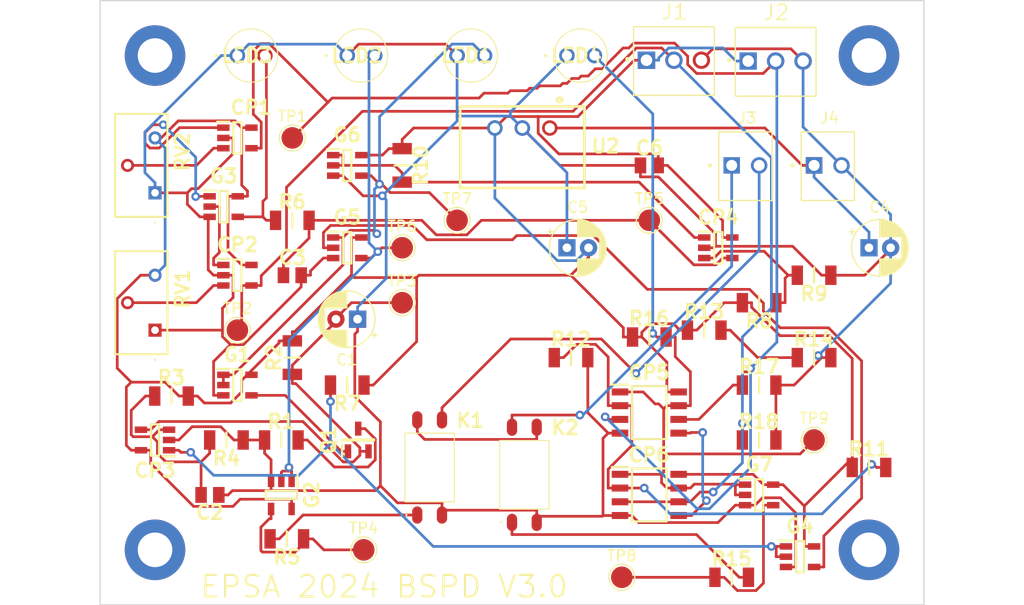
<source format=kicad_pcb>
(kicad_pcb (version 20240108) (generator "pcbnew") (generator_version "8.0")
  (layers (0 "F.Cu" signal) (31 "B.Cu" signal) (34 "B.Paste" user) (35 "F.Paste" user) (36 "B.SilkS" user "B.Silkscreen") (37 "F.SilkS" user "F.Silkscreen") (38 "B.Mask" user) (39 "F.Mask" user) (44 "Edge.Cuts" user))
  (net 0 "")
  (net 1 "GND")
  (net 2 "Net-(CP3-IN+)")
  (net 3 "Net-(CP3-IN-)")
  (net 4 "Net-(CP4-IN+)")
  (net 5 "+12V")
  (net 6 "+5V")
  (net 7 "Net-(CP1-IN-)")
  (net 8 "Current Sensor")
  (net 9 "Net-(CP1-OUT)")
  (net 10 "Net-(CP2-IN-)")
  (net 11 "BPS signal")
  (net 12 "Net-(CP2-OUT)")
  (net 13 "Net-(CP3-OUT)")
  (net 14 "Net-(CP4-OUT)")
  (net 15 "Net-(CP4-IN-)")
  (net 16 "SCS Check")
  (net 17 "0.75V")
  (net 18 "4.2V")
  (net 19 "Intput w{slash} 50msdelay")
  (net 20 "Net-(G1-Pad4)")
  (net 21 "BSPD out")
  (net 22 "Net-(G2-Pad4)")
  (net 23 "Net-(LED3-A)")
  (net 24 "Net-(G4-Pad4)")
  (net 25 "Net-(G7-Pad4)")
  (net 26 "SC out")
  (net 27 "SC in")
  (net 28 "SCS relay")
  (net 29 "Net-(K1-+_CONTROL)")
  (net 30 "Net-(K2-+_CONTROL)")
  (net 31 "Net-(Q1-Pad3)")
  (net 32 "/4.25V")
  (footprint "MountingHole:MountingHole_3.2mm_M3_DIN965_Pad" (layer "F.Cu") (at 88.9 66.04)
    (property "Reference" "M4" (hide yes))
    (property "Value" "MountingHole_3.2mm_M3_DIN965_Pad")
  )
  (footprint "EPSA_lib:RESC3216X70N" (layer "F.Cu") (at 35.052 65.024 180)
    (property "Reference" "R5")
    (property "Value" "470" (hide yes))
  )
  (footprint "MountingHole:MountingHole_3.2mm_M3_DIN965_Pad" (layer "F.Cu") (at 22.86 66.04)
    (property "Reference" "M3" (hide yes))
    (property "Value" "MountingHole_3.2mm_M3_DIN965_Pad")
  )
  (footprint "EPSA_lib:SOT95P280X145-5N" (layer "F.Cu") (at 40.64 30.48)
    (property "Reference" "G6")
    (property "Value" "Gate AND SN74AHCT1G08DBVR" (hide yes))
  )
  (footprint "EPSA_lib:RESC3216X70N" (layer "F.Cu") (at 83.82 48.26)
    (property "Reference" "R14")
    (property "Value" "82K" (hide yes))
  )
  (footprint "TestPoint:TestPoint_Pad_D2.0mm" (layer "F.Cu") (at 35.56 27.94)
    (property "Reference" "TP1")
    (property "Value" "type=\"R\" model=\"TestPoint\" lib=\"\"" (hide yes))
  )
  (footprint "EPSA_lib:SOT95P280X145-5N" (layer "F.Cu") (at 22.86 55.88 180)
    (property "Reference" "CP3")
    (property "Value" "Comparateur TS391ILT" (hide yes))
  )
  (footprint "EPSA_lib:SOT95P280X145-5N" (layer "F.Cu") (at 74.96 38.1)
    (property "Reference" "CP4")
    (property "Value" "Comparateur TS391ILT" (hide yes))
  )
  (footprint "EPSA_lib:RESC3216X70N" (layer "F.Cu") (at 24.384 51.816)
    (property "Reference" "R3")
    (property "Value" "10k" (hide yes))
  )
  (footprint "EPSA_lib:SOT95P280X145-5N" (layer "F.Cu") (at 30.48 40.64)
    (property "Reference" "CP2")
    (property "Value" "Comparateur TS391ILT" (hide yes))
  )
  (footprint "EPSA_lib:SOT95P280X145-5N" (layer "F.Cu") (at 34.544 60.96 -90)
    (property "Reference" "G2")
    (property "Value" "Gate NAND SN74AHCT1G00DBVR" (hide yes))
  )
  (footprint "EPSA_lib:SOT95P280X145-5N" (layer "F.Cu") (at 30.48 27.94)
    (property "Reference" "CP1")
    (property "Value" "Comparateur TS391ILT" (hide yes))
  )
  (footprint "Capacitor_THT:CP_Radial_D5.0mm_P2.00mm" (layer "F.Cu") (at 41.5951 44.704 180)
    (property "Reference" "C1")
    (property "Value" "10u")
  )
  (footprint "EPSA_lib:SOT95P280X145-5N" (layer "F.Cu") (at 29.21 34.29)
    (property "Reference" "G3")
    (property "Value" "Gate AND SN74AHCT1G08DBVR" (hide yes))
  )
  (footprint "EPSA_lib:4302H55V" (layer "F.Cu") (at 40.64 20.32)
    (property "Reference" "LED2")
    (property "Value" "LED 5mm" (hide yes))
  )
  (footprint "EPSA_lib:RESC3216X70N" (layer "F.Cu") (at 35.56 35.56)
    (property "Reference" "R6")
    (property "Value" "1M" (hide yes))
  )
  (footprint "EPSA_lib:RESC3216X70N" (layer "F.Cu") (at 45.72 30.48 -90)
    (property "Reference" "R10")
    (property "Value" "47k" (hide yes))
  )
  (footprint "EPSA_lib:TSR-0.5-2433" (layer "F.Cu") (at 62.5845 25.024 180)
    (property "Reference" "U2")
    (property "Value" "Alim LP TSR_0.5-2450" (hide yes))
  )
  (footprint "EPSA_lib:SOT95P280X145-5N" (layer "F.Cu") (at 40.64 38.1)
    (property "Reference" "G5")
    (property "Value" "Gate OR SN74AHCT1G32DBVR" (hide yes))
  )
  (footprint "EPSA_lib:3296Y1223LF" (layer "F.Cu") (at 22.86 33.02)
    (property "Reference" "RV2")
    (property "Value" "Varystor 3296Y-1-223LF" (hide yes))
  )
  (footprint "Capacitor_THT:CP_Radial_D5.0mm_P2.00mm" (layer "F.Cu") (at 60.96 38.1)
    (property "Reference" "C5")
    (property "Value" "10u")
  )
  (footprint "EPSA_lib:4302H55V" (layer "F.Cu") (at 50.8 20.32)
    (property "Reference" "LED1")
    (property "Value" "LED 5mm" (hide yes))
  )
  (footprint "EPSA_lib:RESC3216X70N" (layer "F.Cu") (at 29.464 55.88 180)
    (property "Reference" "R4")
    (property "Value" "56k" (hide yes))
  )
  (footprint "MountingHole:MountingHole_3.2mm_M3_DIN965_Pad" (layer "F.Cu") (at 22.86 20.32)
    (property "Reference" "M1" (hide yes))
    (property "Value" "MountingHole_3.2mm_M3_DIN965_Pad")
  )
  (footprint "EPSA_lib:RESC3216X70N" (layer "F.Cu") (at 78.74 50.8)
    (property "Reference" "R17")
    (property "Value" "470k" (hide yes))
  )
  (footprint "EPSA_lib:MOLEX_22-11-2022" (layer "F.Cu") (at 83.82 30.48)
    (property "Reference" "J4")
    (property "Value" "2P Droit 2-11-2022")
  )
  (footprint "EPSA_lib:SOT95P280X145-5N" (layer "F.Cu") (at 78.74 60.96)
    (property "Reference" "G7")
    (property "Value" "Gate NAND SN74AHCT1G00DBVR" (hide yes))
  )
  (footprint "EPSA_lib:MOLEX_22-11-2032" (layer "F.Cu") (at 77.724 20.828)
    (property "Reference" "J2")
    (property "Value" "3P Droit 22-11-2032")
  )
  (footprint "TestPoint:TestPoint_Pad_D2.0mm" (layer "F.Cu") (at 83.82 55.88)
    (property "Reference" "TP9")
    (property "Value" "type=\"R\" model=\"TestPoint\" lib=\"\"" (hide yes))
  )
  (footprint "EPSA_lib:RESC3216X70N" (layer "F.Cu") (at 34.544 55.88)
    (property "Reference" "R1")
    (property "Value" "200" (hide yes))
  )
  (footprint "EPSA_lib:RESC3216X70N" (layer "F.Cu") (at 68.58 46.355)
    (property "Reference" "R16")
    (property "Value" "47k" (hide yes))
  )
  (footprint "EPSA_lib:RESC3216X70N" (layer "F.Cu") (at 83.82 40.64 180)
    (property "Reference" "R9")
    (property "Value" "47k" (hide yes))
  )
  (footprint "TestPoint:TestPoint_Pad_D2.0mm" (layer "F.Cu") (at 45.72 38.1)
    (property "Reference" "TP6")
    (property "Value" "type=\"R\" model=\"TestPoint\" lib=\"\"" (hide yes))
  )
  (footprint "MountingHole:MountingHole_3.2mm_M3_DIN965_Pad" (layer "F.Cu") (at 88.9 20.32)
    (property "Reference" "M2" (hide yes))
    (property "Value" "MountingHole_3.2mm_M3_DIN965_Pad")
  )
  (footprint "EPSA_lib:RESC3216X70N" (layer "F.Cu") (at 73.66 45.72)
    (property "Reference" "R13")
    (property "Value" "12K" (hide yes))
  )
  (footprint "TestPoint:TestPoint_Pad_D2.0mm" (layer "F.Cu") (at 30.48 45.72)
    (property "Reference" "TP2")
    (property "Value" "type=\"R\" model=\"TestPoint\" lib=\"\"" (hide yes))
  )
  (footprint "EPSA_lib:RESC3216X70N" (layer "F.Cu") (at 88.9 58.42)
    (property "Reference" "R11")
    (property "Value" "82K" (hide yes))
  )
  (footprint "EPSA_lib:CAPC2012X130N" (layer "F.Cu") (at 27.94 60.96 180)
    (property "Reference" "C2")
    (property "Value" "10n" (hide yes))
  )
  (footprint "EPSA_lib:RESC3216X70N" (layer "F.Cu") (at 76.2 68.58)
    (property "Reference" "R15")
    (property "Value" "470" (hide yes))
  )
  (footprint "EPSA_lib:RESC3216X70N" (layer "F.Cu") (at 61.34 48.26)
    (property "Reference" "R12")
    (property "Value" "12K" (hide yes))
  )
  (footprint "EPSA_lib:4302H55V" (layer "F.Cu") (at 30.48 20.32)
    (property "Reference" "LED3")
    (property "Value" "LED 5mm" (hide yes))
  )
  (footprint "EPSA_lib:RESC3216X70N" (layer "F.Cu") (at 78.74 55.88)
    (property "Reference" "R18")
    (property "Value" "470k" (hide yes))
  )
  (footprint "TestPoint:TestPoint_Pad_D2.0mm" (layer "F.Cu") (at 42.164 66.04)
    (property "Reference" "TP4")
    (property "Value" "type=\"R\" model=\"TestPoint\" lib=\"\"" (hide yes))
  )
  (footprint "EPSA_lib:SOT95P237X112-3N" (layer "F.Cu") (at 41.656 55.88 90)
    (property "Reference" "Q1")
    (property "Value" "PMOS SI2343CDS-T1-GE3" (hide yes))
  )
  (footprint "EPSA_lib:CPC1394GR" (layer "F.Cu") (at 48.26 58.42)
    (property "Reference" "K1")
    (property "Value" "SSR CPC1394GR" (hide yes))
  )
  (footprint "EPSA_lib:SOT95P280X145-5N" (layer "F.Cu") (at 30.48 50.8)
    (property "Reference" "G1")
    (property "Value" "Gate NAND SN74AHCT1G00DBVR" (hide yes))
  )
  (footprint "EPSA_lib:SOT95P280X145-5N" (layer "F.Cu") (at 82.52 66.675)
    (property "Reference" "G4")
    (property "Value" "Gate NAND SN74AHCT1G00DBVR" (hide yes))
  )
  (footprint "EPSA_lib:CAPC2012X130N" (layer "F.Cu") (at 35.56 40.64)
    (property "Reference" "C3")
    (property "Value" "1u" (hide yes))
  )
  (footprint "Capacitor_THT:CP_Radial_D5.0mm_P2.00mm" (layer "F.Cu") (at 88.9 38.1)
    (property "Reference" "C4")
    (property "Value" "10u")
  )
  (footprint "EPSA_lib:CAPC2012X130N" (layer "F.Cu") (at 68.58 30.48)
    (property "Reference" "C6")
    (property "Value" "0.1u" (hide yes))
  )
  (footprint "EPSA_lib:MOLEX_22-11-2032" (layer "F.Cu") (at 68.317 20.753)
    (property "Reference" "J1")
    (property "Value" "3P Droit 22-11-2032")
  )
  (footprint "EPSA_lib:SOIC127P600X175-8N" (layer "F.Cu") (at 68.58 53.34)
    (property "Reference" "CP5")
    (property "Value" "Comparateur Double LM393LVDR" (hide yes))
  )
  (footprint "TestPoint:TestPoint_Pad_D2.0mm" (layer "F.Cu") (at 45.72 43.18)
    (property "Reference" "TP3")
    (property "Value" "type=\"R\" model=\"TestPoint\" lib=\"\"" (hide yes))
  )
  (footprint "TestPoint:TestPoint_Pad_D2.0mm" (layer "F.Cu") (at 66.04 68.58)
    (property "Reference" "TP8")
    (property "Value" "type=\"R\" model=\"TestPoint\" lib=\"\"" (hide yes))
  )
  (footprint "TestPoint:TestPoint_Pad_D2.0mm" (layer "F.Cu") (at 68.58 35.56)
    (property "Reference" "TP5")
    (property "Value" "type=\"R\" model=\"TestPoint\" lib=\"\"" (hide yes))
  )
  (footprint "EPSA_lib:RESC3216X70N" (layer "F.Cu") (at 78.74 43.18 180)
    (property "Reference" "R8")
    (property "Value" "10k" (hide yes))
  )
  (footprint "TestPoint:TestPoint_Pad_D2.0mm" (layer "F.Cu") (at 50.8 35.56)
    (property "Reference" "TP7")
    (property "Value" "type=\"R\" model=\"TestPoint\" lib=\"\"" (hide yes))
  )
  (footprint "EPSA_lib:3296Y1223LF" (layer "F.Cu") (at 22.86 45.72)
    (property "Reference" "RV1")
    (property "Value" "Varystor 3296Y-1-223LF" (hide yes))
  )
  (footprint "EPSA_lib:RESC3216X70N" (layer "F.Cu") (at 35.56 48.26 90)
    (property "Reference" "R2")
    (property "Value" "1M" (hide yes))
  )
  (footprint "EPSA_lib:SOIC127P600X175-8N" (layer "F.Cu") (at 68.58 60.96)
    (property "Reference" "CP6")
    (property "Value" "Comparateur Double LM393LVDR" (hide yes))
  )
  (footprint "EPSA_lib:MOLEX_22-11-2022" (layer "F.Cu") (at 76.2 30.48)
    (property "Reference" "J3")
    (property "Value" "2P Droit 2-11-2022")
  )
  (footprint "EPSA_lib:CPC1394GR" (layer "F.Cu") (at 57.023 59.1)
    (property "Reference" "K2")
    (property "Value" "SSR CPC1394GR" (hide yes))
  )
  (footprint "EPSA_lib:RESC3216X70N" (layer "F.Cu") (at 40.64 50.8 180)
    (property "Reference" "R7")
    (property "Value" "10k" (hide yes))
  )
  (footprint "EPSA_lib:4302H55V" (layer "F.Cu") (at 60.96 20.32)
    (property "Reference" "LED4")
    (property "Value" "LED 5mm" (hide yes))
  )
  (gr_rect (start 17.78 15.24) (end 93.98 71.12) (stroke (width 0.1)) (fill none) (layer "Edge.Cuts"))
  (gr_text "EPSA 2024 BSPD V3.0" (at 26.924 70.612 0) (layer "F.SilkS") (effects (font (size 2 2) (thickness 0.2)) (justify left bottom)))
  (segment (start 25.8517 34.0834) (end 27.0083 35.24) (width 0.25) (layer "F.Cu") (net 1))
  (segment (start 22.86 45.72) (end 29.0999 45.72) (width 0.25) (layer "F.Cu") (net 1))
  (segment (start 64.2979 55.7254) (end 64.7783 55.245) (width 0.25) (layer "F.Cu") (net 1))
  (segment (start 37.2417 40.64) (end 37.2417 40.2466) (width 0.25) (layer "F.Cu") (net 1))
  (segment (start 76.9892 61.91) (end 76.5383 61.91) (width 0.25) (layer "F.Cu") (net 1))
  (segment (start 28.9323 54.65) (end 26.2917 54.65) (width 0.25) (layer "F.Cu") (net 1))
  (segment (start 82.1217 67.625) (end 82.1217 62.6375) (width 0.25) (layer "F.Cu") (net 1))
  (segment (start 30.0817 42.7033) (end 29.0999 43.6851) (width 0.25) (layer "F.Cu") (net 1))
  (segment (start 41.5951 44.704) (end 41.5951 45.8307) (width 0.25) (layer "F.Cu") (net 1))
  (segment (start 80.7097 61.2255) (end 79.0478 61.2255) (width 0.25) (layer "F.Cu") (net 1))
  (segment (start 29.18 27.94) (end 30.0817 27.94) (width 0.25) (layer "F.Cu") (net 1))
  (segment (start 56.8345 27.024) (end 60.2905 30.48) (width 0.25) (layer "F.Cu") (net 1))
  (segment (start 50.8 20.32) (end 49.7498 19.2698) (width 0.25) (layer "F.Cu") (net 1))
  (segment (start 49.7498 19.2698) (end 41.6902 19.2698) (width 0.25) (layer "F.Cu") (net 1))
  (segment (start 27.8775 35.24) (end 27.0083 35.24) (width 0.25) (layer "F.Cu") (net 1))
  (segment (start 74.9316 63.5167) (end 76.5383 61.91) (width 0.25) (layer "F.Cu") (net 1))
  (segment (start 74.7008 37.9609) (end 74.5617 38.1) (width 0.25) (layer "F.Cu") (net 1))
  (segment (start 60.2905 30.48) (end 67.76 30.48) (width 0.25) (layer "F.Cu") (net 1))
  (segment (start 27.8775 35.24) (end 27.8776 35.24) (width 0.25) (layer "F.Cu") (net 1))
  (segment (start 82.804 20.828) (end 81.6723 19.6963) (width 0.25) (layer "F.Cu") (net 1))
  (segment (start 33.594 59.66) (end 33.594 57.7067) (width 0.25) (layer "F.Cu") (net 1))
  (segment (start 43.7064 54.2035) (end 41.3383 51.8354) (width 0.25) (layer "F.Cu") (net 1))
  (segment (start 30.0817 40.64) (end 30.0817 42.7033) (width 0.25) (layer "F.Cu") (net 1))
  (segment (start 65.869 62.865) (end 64.7783 62.865) (width 0.25) (layer "F.Cu") (net 1))
  (segment (start 26.8398 32.6334) (end 26.2383 32.6334) (width 0.25) (layer "F.Cu") (net 1))
  (segment (start 90.9 38.2406) (end 90.9 38.1) (width 0.25) (layer "F.Cu") (net 1))
  (segment (start 42.1071 33.2954) (end 43.8849 33.2954) (width 0.25) (layer "F.Cu") (net 1))
  (segment (start 58.166 62.9366) (end 64.2263 62.9366) (width 0.25) (layer "F.Cu") (net 1))
  (segment (start 26.2917 54.65) (end 25.0617 55.88) (width 0.25) (layer "F.Cu") (net 1))
  (segment (start 25.8517 33.02) (end 25.8517 34.0834) (width 0.25) (layer "F.Cu") (net 1))
  (segment (start 41.6902 19.2698) (end 40.64 20.32) (width 0.25) (layer "F.Cu") (net 1))
  (segment (start 36.38 40.64) (end 37.2417 40.64) (width 0.25) (layer "F.Cu") (net 1))
  (segment (start 49.403 62.82) (end 49.403 61.6933) (width 0.25) (layer "F.Cu") (net 1))
  (segment (start 29.838 47.0597) (end 28.2783 48.6194) (width 0.25) (layer "F.Cu") (net 1))
  (segment (start 33.594 57.7067) (end 32.994 57.1067) (width 0.25) (layer "F.Cu") (net 1))
  (segment (start 31.014 55.88) (end 31.3841 55.88) (width 0.25) (layer "F.Cu") (net 1))
  (segment (start 33.594 60.5617) (end 43.2547 60.5617) (width 0.25) (layer "F.Cu") (net 1))
  (segment (start 30.0817 27.94) (end 30.0817 29.3915) (width 0.25) (layer "F.Cu") (net 1))
  (segment (start 84.2042 48.0739) (end 84.3322 48.0739) (width 0.25) (layer "F.Cu") (net 1))
  (segment (start 28.76 60.96) (end 29.6217 60.96) (width 0.25) (layer "F.Cu") (net 1))
  (segment (start 58.166 63.5) (end 58.166 62.9366) (width 0.25) (layer "F.Cu") (net 1))
  (segment (start 29.838 47.0597) (end 31.038 47.0597) (width 0.25) (layer "F.Cu") (net 1))
  (segment (start 43.7064 60.11) (end 43.7064 54.2035) (width 0.25) (layer "F.Cu") (net 1))
  (segment (start 22.86 33.02) (end 23.7952 33.02) (width 0.25) (layer "F.Cu") (net 1))
  (segment (start 31.038 47.0597) (end 36.38 41.7177) (width 0.25) (layer "F.Cu") (net 1))
  (segment (start 76.9892 61.91) (end 77.44 61.91) (width 0.25) (layer "F.Cu") (net 1))
  (segment (start 43.2547 60.5617) (end 43.7064 60.11) (width 0.25) (layer "F.Cu") (net 1))
  (segment (start 67.6114 63.5167) (end 74.9316 63.5167) (width 0.25) (layer "F.Cu") (net 1))
  (segment (start 36.38 41.7177) (end 36.38 40.64) (width 0.25) (layer "F.Cu") (net 1))
  (segment (start 82.1217 62.6375) (end 80.7097 61.2255) (width 0.25) (layer "F.Cu") (net 1))
  (segment (start 81.22 67.625) (end 82.1217 67.625) (width 0.25) (layer "F.Cu") (net 1))
  (segment (start 30.0817 29.3915) (end 26.8398 32.6334) (width 0.25) (layer "F.Cu") (net 1))
  (segment (start 33.594 60.5617) (end 30.02 60.5617) (width 0.25) (layer "F.Cu") (net 1))
  (segment (start 40.2417 31.43) (end 42.1071 33.2954) (width 0.25) (layer "F.Cu") (net 1))
  (segment (start 81.9783 50.8) (end 84.5183 48.26) (width 0.25) (layer "F.Cu") (net 1))
  (segment (start 30.1623 55.88) (end 28.9323 54.65) (width 0.25) (layer "F.Cu") (net 1))
  (segment (start 32.994 55.88) (end 32.994 57.1067) (width 0.25) (layer "F.Cu") (net 1))
  (segment (start 85.37 40.64) (end 88.5006 40.64) (width 0.25) (layer "F.Cu") (net 1))
  (segment (start 25.8517 33.02) (end 23.7952 33.02) (width 0.25) (layer "F.Cu") (net 1))
  (segment (start 73.66 38.1) (end 74.5617 38.1) (width 0.25) (layer "F.Cu") (net 1))
  (segment (start 37.2417 40.2466) (end 38.4383 39.05) (width 0.25) (layer "F.Cu") (net 1))
  (segment (start 31.014 55.88) (end 30.1623 55.88) (width 0.25) (layer "F.Cu") (net 1))
  (segment (start 29.18 51.75) (end 28.2783 51.75) (width 0.25) (layer "F.Cu") (net 1))
  (segment (start 28.2783 48.6194) (end 28.2783 51.75) (width 0.25) (layer "F.Cu") (net 1))
  (segment (start 29.0999 45.72) (end 29.0999 46.3216) (width 0.25) (layer "F.Cu") (net 1))
  (segment (start 69.4132 31.5417) (end 67.76 31.5417) (width 0.25) (layer "F.Cu") (net 1))
  (segment (start 41.3383 51.8354) (end 41.3383 46.0875) (width 0.25) (layer "F.Cu") (net 1))
  (segment (start 58.166 62.9366) (end 58.166 62.3733) (width 0.25) (layer "F.Cu") (net 1))
  (segment (start 78.3633 61.91) (end 77.44 61.91) (width 0.25) (layer "F.Cu") (net 1))
  (segment (start 33.594 59.66) (end 33.594 60.5617) (width 0.25) (layer "F.Cu") (net 1))
  (segment (start 74.7008 36.8293) (end 69.4132 31.5417) (width 0.25) (layer "F.Cu") (net 1))
  (segment (start 27.8776 35.24) (end 27.7808 35.3368) (width 0.25) (layer "F.Cu") (net 1))
  (segment (start 64.7783 55.245) (end 62.89 53.3567) (width 0.25) (layer "F.Cu") (net 1))
  (segment (start 27.7808 40.1425) (end 28.2783 40.64) (width 0.25) (layer "F.Cu") (net 1))
  (segment (start 84.3322 48.0739) (end 84.5183 48.26) (width 0.25) (layer "F.Cu") (net 1))
  (segment (start 80.29 50.8) (end 81.9783 50.8) (width 0.25) (layer "F.Cu") (net 1))
  (segment (start 29.0999 43.6851) (end 29.0999 45.72) (width 0.25) (layer "F.Cu") (net 1))
  (segment (start 88.5006 40.64) (end 90.9 38.2406) (width 0.25) (layer "F.Cu") (net 1))
  (segment (start 27.7808 35.3368) (end 27.7808 40.1425) (width 0.25) (layer "F.Cu") (net 1))
  (segment (start 27.91 35.24) (end 27.8776 35.24) (width 0.25) (layer "F.Cu") (net 1))
  (segment (start 31.4399 55.88) (end 31.8657 55.88) (width 0.25) (layer "F.Cu") (net 1))
  (segment (start 24.16 55.88) (end 25.0617 55.88) (width 0.25) (layer "F.Cu") (net 1))
  (segment (start 67.76 30.48) (end 67.76 31.5417) (width 0.25) (layer "F.Cu") (net 1))
  (segment (start 84.5183 40.64) (end 81.8392 37.9609) (width 0.25) (layer "F.Cu") (net 1))
  (segment (start 49.8497 62.3733) (end 49.403 62.82) (width 0.25) (layer "F.Cu") (net 1))
  (segment (start 39.34 39.05) (end 38.4383 39.05) (width 0.25) (layer "F.Cu") (net 1))
  (segment (start 65.869 62.865) (end 66.9597 62.865) (width 0.25) (layer "F.Cu") (net 1))
  (segment (start 41.3383 46.0875) (end 41.5951 45.8307) (width 0.25) (layer "F.Cu") (net 1))
  (segment (start 65.869 55.245) (end 64.7783 55.245) (width 0.25) (layer "F.Cu") (net 1))
  (segment (start 49.403 61.6933) (end 45.2897 61.6933) (width 0.25) (layer "F.Cu") (net 1))
  (segment (start 30.02 60.5617) (end 29.6217 60.96) (width 0.25) (layer "F.Cu") (net 1))
  (segment (start 74.7008 37.9609) (end 74.7008 36.8293) (width 0.25) (layer "F.Cu") (net 1))
  (segment (start 85.37 48.26) (end 84.5183 48.26) (width 0.25) (layer "F.Cu") (net 1))
  (segment (start 85.37 40.64) (end 84.5183 40.64) (width 0.25) (layer "F.Cu") (net 1))
  (segment (start 81.8392 37.9609) (end 74.7008 37.9609) (width 0.25) (layer "F.Cu") (net 1))
  (segment (start 58.166 62.3733) (end 49.8497 62.3733) (width 0.25) (layer "F.Cu") (net 1))
  (segment (start 29.18 40.64) (end 30.0817 40.64) (width 0.25) (layer "F.Cu") (net 1))
  (segment (start 29.18 40.64) (end 28.2783 40.64) (width 0.25) (layer "F.Cu") (net 1))
  (segment (start 64.2263 62.9366) (end 64.2979 62.865) (width 0.25) (layer "F.Cu") (net 1))
  (segment (start 29.0999 46.3216) (end 29.838 47.0597) (width 0.25) (layer "F.Cu") (net 1))
  (segment (start 31.4399 55.88) (end 31.3841 55.88) (width 0.25) (layer "F.Cu") (net 1))
  (segment (start 81.6723 19.6963) (end 74.4537 19.6963) (width 0.25) (layer "F.Cu") (net 1))
  (segment (start 80.29 55.88) (end 80.29 50.8) (width 0.25) (layer "F.Cu") (net 1))
  (segment (start 79.0478 61.2255) (end 78.3633 61.91) (width 0.25) (layer "F.Cu") (net 1))
  (segment (start 39.34 31.43) (end 40.2417 31.43) (width 0.25) (layer "F.Cu") (net 1))
  (segment (start 64.2979 62.865) (end 64.7783 62.865) (width 0.25) (layer "F.Cu") (net 1))
  (segment (start 74.4537 19.6963) (end 73.397 20.753) (width 0.25) (layer "F.Cu") (net 1))
  (segment (start 66.9597 62.865) (end 67.6114 63.5167) (width 0.25) (layer "F.Cu") (net 1))
  (segment (start 45.2897 61.6933) (end 43.7064 60.11) (width 0.25) (layer "F.Cu") (net 1))
  (segment (start 32.994 55.88) (end 31.8657 55.88) (width 0.25) (layer "F.Cu") (net 1))
  (segment (start 26.2383 32.6334) (end 25.8517 33.02) (width 0.25) (layer "F.Cu") (net 1))
  (segment (start 64.2979 62.865) (end 64.2979 55.7254) (width 0.25) (layer "F.Cu") (net 1))
  (segment (start 62.89 53.3567) (end 62.89 48.26) (width 0.25) (layer "F.Cu") (net 1))
  (via (at 43.8849 33.2954) (size 0.8) (drill 0.4) (layers "F.Cu" "B.Cu") (net 1))
  (via (at 84.2042 48.0739) (size 0.8) (drill 0.4) (layers "F.Cu" "B.Cu") (net 1))
  (segment (start 56.8345 27.024) (end 60.96 31.1495) (width 0.25) (layer "B.Cu") (net 1))
  (segment (start 55.7306 25.5494) (end 55.7306 25.9201) (width 0.25) (layer "B.Cu") (net 1))
  (segment (start 22.86 33.02) (end 22.86 32.0848) (width 0.25) (layer "B.Cu") (net 1))
  (segment (start 82.804 26.924) (end 86.36 30.48) (width 0.25) (layer "B.Cu") (net 1))
  (segment (start 21.9248 27.3891) (end 21.9248 31.1496) (width 0.25) (layer "B.Cu") (net 1))
  (segment (start 41.5951 43.5773) (end 44.2427 40.9297) (width 0.25) (layer "B.Cu") (net 1))
  (segment (start 30.48 20.32) (end 28.9939 20.32) (width 0.25) (layer "B.Cu") (net 1))
  (segment (start 90.9 38.1) (end 90.9 41.3781) (width 0.25) (layer "B.Cu") (net 1))
  (segment (start 60.96 20.32) (end 55.7306 25.5494) (width 0.25) (layer "B.Cu") (net 1))
  (segment (start 39.5898 19.2698) (end 31.5302 19.2698) (width 0.25) (layer "B.Cu") (net 1))
  (segment (start 44.2427 40.9297) (end 44.2427 33.6532) (width 0.25) (layer "B.Cu") (net 1))
  (segment (start 44.2427 33.6532) (end 43.8849 33.2954) (width 0.25) (layer "B.Cu") (net 1))
  (segment (start 31.5302 19.2698) (end 30.48 20.32) (width 0.25) (layer "B.Cu") (net 1))
  (segment (start 28.9939 20.32) (end 21.9248 27.3891) (width 0.25) (layer "B.Cu") (net 1))
  (segment (start 41.5951 44.704) (end 41.5951 43.5773) (width 0.25) (layer "B.Cu") (net 1))
  (segment (start 60.96 31.1495) (end 60.96 38.1) (width 0.25) (layer "B.Cu") (net 1))
  (segment (start 21.9248 31.1496) (end 22.86 32.0848) (width 0.25) (layer "B.Cu") (net 1))
  (segment (start 50.8 26.3803) (end 50.8 25.9201) (width 0.25) (layer "B.Cu") (net 1))
  (segment (start 50.8 25.9201) (end 55.7306 25.9201) (width 0.25) (layer "B.Cu") (net 1))
  (segment (start 86.36 30.48) (end 90.9 35.02) (width 0.25) (layer "B.Cu") (net 1))
  (segment (start 40.64 20.32) (end 39.5898 19.2698) (width 0.25) (layer "B.Cu") (net 1))
  (segment (start 50.8 25.9201) (end 50.8 20.32) (width 0.25) (layer "B.Cu") (net 1))
  (segment (start 43.8849 33.2954) (end 50.8 26.3803) (width 0.25) (layer "B.Cu") (net 1))
  (segment (start 90.9 41.3781) (end 84.2042 48.0739) (width 0.25) (layer "B.Cu") (net 1))
  (segment (start 82.804 20.828) (end 82.804 26.924) (width 0.25) (layer "B.Cu") (net 1))
  (segment (start 55.7306 25.9201) (end 56.8345 27.024) (width 0.25) (layer "B.Cu") (net 1))
  (segment (start 90.9 35.02) (end 90.9 38.1) (width 0.25) (layer "B.Cu") (net 1))
  (segment (start 21.56 54.93) (end 22.4617 54.93) (width 0.25) (layer "F.Cu") (net 2))
  (segment (start 35.56 49.81) (end 35.56 48.9583) (width 0.25) (layer "F.Cu") (net 2))
  (segment (start 41.8044 56.93) (end 41.8044 56.5879) (width 0.25) (layer "F.Cu") (net 2))
  (segment (start 42.606 56.93) (end 42.2927 56.93) (width 0.25) (layer "F.Cu") (net 2))
  (segment (start 23.2198 54.1719) (end 36.5358 54.1719) (width 0.25) (layer "F.Cu") (net 2))
  (segment (start 36.5358 54.1719) (end 40.2706 57.9067) (width 0.25) (layer "F.Cu") (net 2))
  (segment (start 41.1939 57.9067) (end 41.8044 57.2962) (width 0.25) (layer "F.Cu") (net 2))
  (segment (start 35.56 49.81) (end 35.56 50.6617) (width 0.25) (layer "F.Cu") (net 2))
  (segment (start 35.8782 50.6617) (end 35.56 50.6617) (width 0.25) (layer "F.Cu") (net 2))
  (segment (start 41.8044 56.5879) (end 35.8782 50.6617) (width 0.25) (layer "F.Cu") (net 2))
  (segment (start 45.72 43.18) (end 41.0379 43.18) (width 0.25) (layer "F.Cu") (net 2))
  (segment (start 39.5951 44.6228) (end 39.5951 44.704) (width 0.25) (layer "F.Cu") (net 2))
  (segment (start 41.0379 43.18) (end 39.5951 44.6228) (width 0.25) (layer "F.Cu") (net 2))
  (segment (start 40.2706 57.9067) (end 41.1939 57.9067) (width 0.25) (layer "F.Cu") (net 2))
  (segment (start 39.5951 44.9232) (end 35.56 48.9583) (width 0.25) (layer "F.Cu") (net 2))
  (segment (start 22.4617 54.93) (end 23.2198 54.1719) (width 0.25) (layer "F.Cu") (net 2))
  (segment (start 42.2927 56.93) (end 41.8044 56.93) (width 0.25) (layer "F.Cu") (net 2))
  (segment (start 41.8044 57.2962) (end 41.8044 56.93) (width 0.25) (layer "F.Cu") (net 2))
  (segment (start 39.5951 44.704) (end 39.5951 44.9232) (width 0.25) (layer "F.Cu") (net 2))
  (segment (start 23.2583 54.93) (end 22.6104 55.5779) (width 0.25) (layer "F.Cu") (net 3))
  (segment (start 20.6583 55.3967) (end 20.6583 53.14) (width 0.25) (layer "F.Cu") (net 3))
  (segment (start 24.16 54.93) (end 23.2583 54.93) (width 0.25) (layer "F.Cu") (net 3))
  (segment (start 22.834 51.816) (end 21.9823 51.816) (width 0.25) (layer "F.Cu") (net 3))
  (segment (start 22.6104 55.5779) (end 23.0859 56.0534) (width 0.25) (layer "F.Cu") (net 3))
  (segment (start 23.8582 57.9007) (end 27.12 57.9007) (width 0.25) (layer "F.Cu") (net 3))
  (segment (start 20.6583 53.14) (end 21.9823 51.816) (width 0.25) (layer "F.Cu") (net 3))
  (segment (start 22.6104 55.5779) (end 20.8395 55.5779) (width 0.25) (layer "F.Cu") (net 3))
  (segment (start 20.8395 55.5779) (end 20.6583 55.3967) (width 0.25) (layer "F.Cu") (net 3))
  (segment (start 27.914 55.88) (end 27.914 57.1067) (width 0.25) (layer "F.Cu") (net 3))
  (segment (start 27.12 60.96) (end 27.12 57.9007) (width 0.25) (layer "F.Cu") (net 3))
  (segment (start 23.0859 57.1284) (end 23.8582 57.9007) (width 0.25) (layer "F.Cu") (net 3))
  (segment (start 27.12 57.9007) (end 27.914 57.1067) (width 0.25) (layer "F.Cu") (net 3))
  (segment (start 23.0859 56.0534) (end 23.0859 57.1284) (width 0.25) (layer "F.Cu") (net 3))
  (segment (start 34.74 40.64) (end 34.74 39.5783) (width 0.25) (layer "F.Cu") (net 4))
  (segment (start 53.0464 35.56) (end 51.7062 36.9002) (width 0.25) (layer "F.Cu") (net 4))
  (segment (start 68.58 35.56) (end 72.6967 39.6767) (width 0.25) (layer "F.Cu") (net 4))
  (segment (start 37.11 35.56) (end 37.9617 35.56) (width 0.25) (layer "F.Cu") (net 4))
  (segment (start 74.7316 39.6767) (end 75.3583 39.05) (width 0.25) (layer "F.Cu") (net 4))
  (segment (start 68.58 35.56) (end 53.0464 35.56) (width 0.25) (layer "F.Cu") (net 4))
  (segment (start 48.8718 36.9002) (end 47.5316 35.56) (width 0.25) (layer "F.Cu") (net 4))
  (segment (start 37.1099 36.7867) (end 37.11 36.7867) (width 0.25) (layer "F.Cu") (net 4))
  (segment (start 72.6967 39.6767) (end 74.7316 39.6767) (width 0.25) (layer "F.Cu") (net 4))
  (segment (start 37.11 35.6714) (end 37.11 35.56) (width 0.25) (layer "F.Cu") (net 4))
  (segment (start 34.74 39.5783) (end 37.1099 37.2084) (width 0.25) (layer "F.Cu") (net 4))
  (segment (start 37.11 35.6714) (end 37.11 36.7867) (width 0.25) (layer "F.Cu") (net 4))
  (segment (start 37.1099 37.2084) (end 37.1099 36.7867) (width 0.25) (layer "F.Cu") (net 4))
  (segment (start 76.26 39.05) (end 75.3583 39.05) (width 0.25) (layer "F.Cu") (net 4))
  (segment (start 47.5316 35.56) (end 37.9617 35.56) (width 0.25) (layer "F.Cu") (net 4))
  (segment (start 51.7062 36.9002) (end 48.8718 36.9002) (width 0.25) (layer "F.Cu") (net 4))
  (segment (start 83.82 30.48) (end 82.7283 30.48) (width 0.25) (layer "F.Cu") (net 5))
  (segment (start 82.7283 30.48) (end 79.2723 27.024) (width 0.25) (layer "F.Cu") (net 5))
  (segment (start 79.2723 27.024) (end 59.3745 27.024) (width 0.25) (layer "F.Cu") (net 5))
  (segment (start 83.82 31.5717) (end 88.9 36.6517) (width 0.25) (layer "B.Cu") (net 5))
  (segment (start 88.9 36.6517) (end 88.9 38.1) (width 0.25) (layer "B.Cu") (net 5))
  (segment (start 83.82 30.48) (end 83.82 31.5717) (width 0.25) (layer "B.Cu") (net 5))
  (segment (start 19.364 49.2387) (end 20.6583 50.533) (width 0.25) (layer "F.Cu") (net 6))
  (segment (start 41.2947 40.8562) (end 47.0604 40.8562) (width 0.25) (layer "F.Cu") (net 6))
  (segment (start 76.26 37.15) (end 75.3583 37.15) (width 0.25) (layer "F.Cu") (net 6))
  (segment (start 61.9772 25.9611) (end 67.1853 20.753) (width 0.25) (layer "F.Cu") (net 6))
  (segment (start 22.4617 56.83) (end 22.4617 58.0523) (width 0.25) (layer "F.Cu") (net 6))
  (segment (start 25.934 51.816) (end 25.0823 51.816) (width 0.25) (layer "F.Cu") (net 6))
  (segment (start 71.291 51.435) (end 70.2003 51.435) (width 0.25) (layer "F.Cu") (net 6))
  (segment (start 75.3583 35.5766) (end 70.2617 30.48) (width 0.25) (layer "F.Cu") (net 6))
  (segment (start 34.3333 46.71) (end 34.3333 46.903) (width 0.25) (layer "F.Cu") (net 6))
  (segment (start 70.2003 48.6736) (end 67.8817 46.355) (width 0.25) (layer "F.Cu") (net 6))
  (segment (start 20.2066 56.3783) (end 20.6583 56.83) (width 0.25) (layer "F.Cu") (net 6))
  (segment (start 68.317 20.753) (end 67.1853 20.753) (width 0.25) (layer "F.Cu") (net 6))
  (segment (start 82.9183 61.9866) (end 82.9183 65.725) (width 0.25) (layer "F.Cu") (net 6))
  (segment (start 69.4 30.48) (end 69.4 29.4183) (width 0.25) (layer "F.Cu") (net 6))
  (segment (start 26.4311 62.0217) (end 30.0691 62.0217) (width 0.25) (layer "F.Cu") (net 6))
  (segment (start 75.3583 37.15) (end 75.3583 35.5766) (width 0.25) (layer "F.Cu") (net 6))
  (segment (start 43.8933 29.53) (end 44.4933 28.93) (width 0.25) (layer "F.Cu") (net 6))
  (segment (start 20.6583 50.533) (end 23.7993 50.533) (width 0.25) (layer "F.Cu") (net 6))
  (segment (start 80.9417 60.01) (end 82.9183 61.9866) (width 0.25) (layer "F.Cu") (net 6))
  (segment (start 29.6083 38.42) (end 29.6083 33.34) (width 0.25) (layer "F.Cu") (net 6))
  (segment (start 41.94 29.53) (end 43.8933 29.53) (width 0.25) (layer "F.Cu") (net 6))
  (segment (start 30.51 33.34) (end 29.6083 33.34) (width 0.25) (layer "F.Cu") (net 6))
  (segment (start 54.2945 27.024) (end 46.7743 27.024) (width 0.25) (layer "F.Cu") (net 6))
  (segment (start 71.291 59.055) (end 78.1833 59.055) (width 0.25) (layer "F.Cu") (net 6))
  (segment (start 41.94 37.15) (end 41.0383 37.15) (width 0.25) (layer "F.Cu") (net 6))
  (segment (start 61.315 40.64) (end 62.96 38.995) (width 0.25) (layer "F.Cu") (net 6))
  (segment (start 69.4 30.48) (end 70.2617 30.48) (width 0.25) (layer "F.Cu") (net 6))
  (segment (start 71.2583 45.72) (end 71.2583 45.5712) (width 0.25) (layer "F.Cu") (net 6))
  (segment (start 47.2766 40.64) (end 61.315 40.64) (width 0.25) (layer "F.Cu") (net 6))
  (segment (start 72.3584 45.72) (end 72.11 45.72) (width 0.25) (layer "F.Cu") (net 6))
  (segment (start 75.5017 43.18) (end 77.19 43.18) (width 0.25) (layer "F.Cu") (net 6))
  (segment (start 20.2066 50.9847) (end 20.2066 56.3783) (width 0.25) (layer "F.Cu") (net 6))
  (segment (start 47.0604 40.8562) (end 47.0604 46.7813) (width 0.25) (layer "F.Cu") (net 6))
  (segment (start 35.56 45.8583) (end 35.7798 45.8583) (width 0.25) (layer "F.Cu") (net 6))
  (segment (start 77.19 43.18) (end 78.0417 43.18) (width 0.25) (layer "F.Cu") (net 6))
  (segment (start 35.494 62.26) (end 35.494 61.3583) (width 0.25) (layer "F.Cu") (net 6))
  (segment (start 31.3863 49.85) (end 30.8771 50.3592) (width 0.25) (layer "F.Cu") (net 6))
  (segment (start 55.3574 25.9611) (end 54.2945 27.024) (width 0.25) (layer "F.Cu") (net 6))
  (segment (start 87.35 48.3437) (end 87.35 57.1933) (width 0.25) (layer "F.Cu") (net 6))
  (segment (start 30.0691 62.0217) (end 30.7325 61.3583) (width 0.25) (layer "F.Cu") (net 6))
  (segment (start 22.4617 58.0523) (end 26.4311 62.0217) (width 0.25) (layer "F.Cu") (net 6))
  (segment (start 25.0085 26.3618) (end 30.2501 26.3618) (width 0.25) (layer "F.Cu") (net 6))
  (segment (start 29.8556 52.4565) (end 27.4262 52.4565) (width 0.25) (layer "F.Cu") (net 6))
  (segment (start 25.934 51.816) (end 26.7857 51.816) (width 0.25) (layer "F.Cu") (net 6))
  (segment (start 85.2366 46.2303) (end 87.35 48.3437) (width 0.25) (layer "F.Cu") (net 6))
  (segment (start 87.35 58.42) (end 87.35 57.8066) (width 0.25) (layer "F.Cu") (net 6))
  (segment (start 78.0417 43.6059) (end 80.6661 46.2303) (width 0.25) (layer "F.Cu") (net 6))
  (segment (start 41.0383 37.15) (end 41.0383 40.5998) (width 0.25) (layer "F.Cu") (net 6))
  (segment (start 30.8771 51.435) (end 29.8556 52.4565) (width 0.25) (layer "F.Cu") (net 6))
  (segment (start 45.72 28.93) (end 44.4933 28.93) (width 0.25) (layer "F.Cu") (net 6))
  (segment (start 67.03 46.355) (end 67.8817 46.355) (width 0.25) (layer "F.Cu") (net 6))
  (segment (start 87.35 57.8066) (end 87.35 57.1933) (width 0.25) (layer "F.Cu") (net 6))
  (segment (start 30.8783 32.3133) (end 30.8783 26.99) (width 0.25) (layer "F.Cu") (net 6))
  (segment (start 62.96 38.995) (end 62.96 38.1) (width 0.25) (layer "F.Cu") (net 6))
  (segment (start 31.78 26.99) (end 30.8783 26.99) (width 0.25) (layer "F.Cu") (net 6))
  (segment (start 42.19 50.8) (end 43.0417 50.8) (width 0.25) (layer "F.Cu") (net 6))
  (segment (start 35.7798 45.8583) (end 41.0383 40.5998) (width 0.25) (layer "F.Cu") (net 6))
  (segment (start 22.86 40.64) (end 21.526 40.64) (width 0.25) (layer "F.Cu") (net 6))
  (segment (start 30.2501 26.3618) (end 30.8783 26.99) (width 0.25) (layer "F.Cu") (net 6))
  (segment (start 46.7743 27.024) (end 45.72 28.0783) (width 0.25) (layer "F.Cu") (net 6))
  (segment (start 67.8817 45.9291) (end 67.8817 46.355) (width 0.25) (layer "F.Cu") (net 6))
  (segment (start 23.7993 50.533) (end 25.0823 51.816) (width 0.25) (layer "F.Cu") (net 6))
  (segment (start 58.3018 27.5114) (end 58.3018 25.9611) (width 0.25) (layer "F.Cu") (net 6))
  (segment (start 27.4262 52.4565) (end 26.7857 51.816) (width 0.25) (layer "F.Cu") (net 6))
  (segment (start 87.0983 57.8066) (end 82.9183 61.9866) (width 0.25) (layer "F.Cu") (net 6))
  (segment (start 19.364 42.802) (end 19.364 49.2387) (width 0.25) (layer "F.Cu") (net 6))
  (segment (start 23.4303 27.94) (end 25.0085 26.3618) (width 0.25) (layer "F.Cu") (net 6))
  (segment (start 41.0383 40.5998) (end 41.2947 40.8562) (width 0.25) (layer "F.Cu") (net 6))
  (segment (start 21.6824 56.83) (end 21.56 56.83) (width 0.25) (layer "F.Cu") (net 6))
  (segment (start 31.78 49.85) (end 31.3863 49.85) (width 0.25) (layer "F.Cu") (net 6))
  (segment (start 70.8122 45.1251) (end 68.6857 45.1251) (width 0.25) (layer "F.Cu") (net 6))
  (segment (start 61.315 40.64) (end 66.1783 45.5033) (width 0.25) (layer "F.Cu") (net 6))
  (segment (start 47.0604 40.8562) (end 47.2766 40.64) (width 0.25) (layer "F.Cu") (net 6))
  (segment (start 31.4117 32.8467) (end 30.8783 32.3133) (width 0.25) (layer "F.Cu") (net 6))
  (segment (start 22.86 27.94) (end 23.4303 27.94) (width 0.25) (layer "F.Cu") (net 6))
  (segment (start 30.8783 39.69) (end 29.6083 38.42) (width 0.25) (layer "F.Cu") (net 6))
  (segment (start 21.526 40.64) (end 19.364 42.802) (width 0.25) (layer "F.Cu") (net 6))
  (segment (start 71.2583 45.5712) (end 70.8122 45.1251) (width 0.25) (layer "F.Cu") (net 6))
  (segment (start 35.56 46.71) (end 35.56 45.8583) (width 0.25) (layer "F.Cu") (net 6))
  (segment (start 83.82 65.725) (end 82.9183 65.725) (width 0.25) (layer "F.Cu") (net 6))
  (segment (start 78.0417 43.18) (end 78.0417 43.6059) (width 0.25) (layer "F.Cu") (net 6))
  (segment (start 30.51 33.34) (end 31.4117 33.34) (width 0.25) (layer "F.Cu") (net 6))
  (segment (start 87.35 57.8066) (end 87.0983 57.8066) (width 0.25) (layer "F.Cu") (net 6))
  (segment (start 80.6661 46.2303) (end 85.2366 46.2303) (width 0.25) (layer "F.Cu") (net 6))
  (segment (start 58.3018 25.9611) (end 61.9772 25.9611) (width 0.25) (layer "F.Cu") (net 6))
  (segment (start 67.03 46.355) (end 66.1783 46.355) (width 0.25) (layer "F.Cu") (net 6))
  (segment (start 21.56 56.83) (end 20.6583 56.83) (width 0.25) (layer "F.Cu") (net 6))
  (segment (start 20.6583 50.533) (end 20.2066 50.9847) (width 0.25) (layer "F.Cu") (net 6))
  (segment (start 72.9617 45.72) (end 75.5017 43.18) (width 0.25) (layer "F.Cu") (net 6))
  (segment (start 47.0604 46.7813) (end 43.0417 50.8) (width 0.25) (layer "F.Cu") (net 6))
  (segment (start 80.04 60.01) (end 79.1383 60.01) (width 0.25) (layer "F.Cu") (net 6))
  (segment (start 69.4 29.4183) (end 60.2087 29.4183) (width 0.25) (layer "F.Cu") (net 6))
  (segment (start 30.8771 50.3592) (end 30.8771 51.435) (width 0.25) (layer "F.Cu") (net 6))
  (segment (start 34.3333 46.903) (end 31.3863 49.85) (width 0.25) (layer "F.Cu") (net 6))
  (segment (start 66.1783 45.5033) (end 66.1783 46.355) (width 0.25) (layer "F.Cu") (net 6))
  (segment (start 72.3584 45.72) (end 72.9617 45.72) (width 0.25) (layer "F.Cu") (net 6))
  (segment (start 58.3018 25.9611) (end 55.3574 25.9611) (width 0.25) (layer "F.Cu") (net 6))
  (segment (start 30.7325 61.3583) (end 35.494 61.3583) (width 0.25) (layer "F.Cu") (net 6))
  (segment (start 68.6857 45.1251) (end 67.8817 45.9291) (width 0.25) (layer "F.Cu") (net 6))
  (segment (start 72.11 45.72) (end 71.2583 45.72) (width 0.25) (layer "F.Cu") (net 6))
  (segment (start 35.56 46.71) (end 34.3333 46.71) (width 0.25) (layer "F.Cu") (net 6))
  (segment (start 31.4117 33.34) (end 31.4117 32.8467) (width 0.25) (layer "F.Cu") (net 6))
  (segment (start 78.1833 59.055) (end 79.1383 60.01) (width 0.25) (layer "F.Cu") (net 6))
  (segment (start 45.72 28.93) (end 45.72 28.0783) (width 0.25) (layer "F.Cu") (net 6))
  (segment (start 21.6824 56.83) (end 22.4617 56.83) (width 0.25) (layer "F.Cu") (net 6))
  (segment (start 80.04 60.01) (end 80.9417 60.01) (width 0.25) (layer "F.Cu") (net 6))
  (segment (start 31.78 39.69) (end 30.8783 39.69) (width 0.25) (layer "F.Cu") (net 6))
  (segment (start 70.2003 51.435) (end 70.2003 48.6736) (width 0.25) (layer "F.Cu") (net 6))
  (segment (start 60.2087 29.4183) (end 58.3018 27.5114) (width 0.25) (layer "F.Cu") (net 6))
  (segment (start 69.4487 20.5408) (end 70.3709 19.6186) (width 0.25) (layer "B.Cu") (net 6))
  (segment (start 69.4487 20.753) (end 69.4487 20.5408) (width 0.25) (layer "B.Cu") (net 6))
  (segment (start 54.2945 33.5037) (end 54.2945 27.024) (width 0.25) (layer "B.Cu") (net 6))
  (segment (start 60.0782 39.2874) (end 54.2945 33.5037) (width 0.25) (layer "B.Cu") (net 6))
  (segment (start 68.317 20.753) (end 69.4487 20.753) (width 0.25) (layer "B.Cu") (net 6))
  (segment (start 62.96 38.1) (end 62.96 38.1837) (width 0.25) (layer "B.Cu") (net 6))
  (segment (start 23.7952 39.7048) (end 23.7952 28.8752) (width 0.25) (layer "B.Cu") (net 6))
  (segment (start 77.724 20.828) (end 76.5923 20.828) (width 0.25) (layer "B.Cu") (net 6))
  (segment (start 62.96 38.1837) (end 61.8563 39.2874) (width 0.25) (layer "B.Cu") (net 6))
  (segment (start 23.7952 28.8752) (end 22.86 27.94) (width 0.25) (layer "B.Cu") (net 6))
  (segment (start 70.3709 19.6186) (end 75.3829 19.6186) (width 0.25) (layer "B.Cu") (net 6))
  (segment (start 75.3829 19.6186) (end 76.5923 20.828) (width 0.25) (layer "B.Cu") (net 6))
  (segment (start 22.86 40.64) (end 23.7952 39.7048) (width 0.25) (layer "B.Cu") (net 6))
  (segment (start 61.8563 39.2874) (end 60.0782 39.2874) (width 0.25) (layer "B.Cu") (net 6))
  (segment (start 28.2783 28.89) (end 26.6883 30.48) (width 0.25) (layer "F.Cu") (net 7))
  (segment (start 26.6883 30.48) (end 20.32 30.48) (width 0.25) (layer "F.Cu") (net 7))
  (segment (start 29.18 28.89) (end 28.2783 28.89) (width 0.25) (layer "F.Cu") (net 7))
  (segment (start 57.2867 23.5739) (end 55.7281 23.5739) (width 0.25) (layer "F.Cu") (net 8))
  (segment (start 58.4252 23.1222) (end 58.2001 23.3473) (width 0.25) (layer "F.Cu") (net 8))
  (segment (start 39.2478 24.2522) (end 38.85 24.65) (width 0.25) (layer "F.Cu") (net 8))
  (segment (start 32.6817 28.89) (end 32.6817 26.4767) (width 0.25) (layer "F.Cu") (net 8))
  (segment (start 32.6226 19.218) (end 33.4179 19.218) (width 0.25) (layer "F.Cu") (net 8))
  (segment (start 66.1574 19.6211) (end 64.2365 21.542) (width 0.25) (layer "F.Cu") (net 8))
  (segment (start 52.8355 24.2522) (end 39.2478 24.2522) (width 0.25) (layer "F.Cu") (net 8))
  (segment (start 55.7281 23.5739) (end 55.5015 23.8005) (width 0.25) (layer "F.Cu") (net 8))
  (segment (start 57.5133 23.3473) (end 57.2867 23.5739) (width 0.25) (layer "F.Cu") (net 8))
  (segment (start 64.4954 53.7362) (end 64.5395 53.7362) (width 0.25) (layer "F.Cu") (net 8))
  (segment (start 33.4179 19.218) (end 38.85 24.65) (width 0.25) (layer "F.Cu") (net 8))
  (segment (start 67.1895 19.1696) (end 67.188 19.1711) (width 0.25) (layer "F.Cu") (net 8))
  (segment (start 31.9502 25.7452) (end 31.9502 19.8904) (width 0.25) (layer "F.Cu") (net 8))
  (segment (start 32.6817 26.4767) (end 31.9502 25.7452) (width 0.25) (layer "F.Cu") (net 8))
  (segment (start 80.264 20.828) (end 79.1135 21.9785) (width 0.25) (layer "F.Cu") (net 8))
  (segment (start 61.4177 22.4424) (end 60.9645 22.8956) (width 0.25) (layer "F.Cu") (net 8))
  (segment (start 77.6325 49.5733) (end 77.9446 49.2612) (width 0.25) (layer "F.Cu") (net 8))
  (segment (start 73.1633 53.975) (end 76.3383 50.8) (width 0.25) (layer "F.Cu") (net 8))
  (segment (start 77.19 50.8) (end 77.19 49.5733) (width 0.25) (layer "F.Cu") (net 8))
  (segment (start 65.869 53.975) (end 64.7783 53.975) (width 0.25) (layer "F.Cu") (net 8))
  (segment (start 31.9502 19.8904) (end 32.6226 19.218) (width 0.25) (layer "F.Cu") (net 8))
  (segment (start 62.9207 22.2173) (end 62.2806 22.2173) (width 0.25) (layer "F.Cu") (net 8))
  (segment (start 67.1332 19.1711) (end 66.6832 19.6211) (width 0.25) (layer "F.Cu") (net 8))
  (segment (start 63.596 21.542) (end 62.9207 22.2173) (width 0.25) (layer "F.Cu") (net 8))
  (segment (start 60.9645 22.8956) (end 60.5698 22.8956) (width 0.25) (layer "F.Cu") (net 8))
  (segment (start 62.2806 22.2173) (end 62.0555 22.4424) (width 0.25) (layer "F.Cu") (net 8))
  (segment (start 31.78 28.89) (end 32.6817 28.89) (width 0.25) (layer "F.Cu") (net 8))
  (segment (start 72.127 21.1402) (end 72.127 20.3815) (width 0.25) (layer "F.Cu") (net 8))
  (segment (start 64.2365 21.542) (end 63.596 21.542) (width 0.25) (layer "F.Cu") (net 8))
  (segment (start 58.2001 23.3473) (end 57.5133 23.3473) (width 0.25) (layer "F.Cu") (net 8))
  (segment (start 72.9653 21.9785) (end 72.127 21.1402) (width 0.25) (layer "F.Cu") (net 8))
  (segment (start 53.2872 23.8005) (end 52.8355 24.2522) (width 0.25) (layer "F.Cu") (net 8))
  (segment (start 60.5698 22.8956) (end 60.3432 23.1222) (width 0.25) (layer "F.Cu") (net 8))
  (segment (start 77.19 49.5733) (end 77.6325 49.5733) (width 0.25) (layer "F.Cu") (net 8))
  (segment (start 60.3432 23.1222) (end 58.4252 23.1222) (width 0.25) (layer "F.Cu") (net 8))
  (segment (start 64.5395 53.7362) (end 64.7783 53.975) (width 0.25) (layer "F.Cu") (net 8))
  (segment (start 71.291 53.975) (end 73.1633 53.975) (width 0.25) (layer "F.Cu") (net 8))
  (segment (start 62.0555 22.4424) (end 61.4177 22.4424) (width 0.25) (layer "F.Cu") (net 8))
  (segment (start 55.5015 23.8005) (end 53.2872 23.8005) (width 0.25) (layer "F.Cu") (net 8))
  (segment (start 66.6832 19.6211) (end 66.1574 19.6211) (width 0.25) (layer "F.Cu") (net 8))
  (segment (start 70.9151 19.1696) (end 67.1895 19.1696) (width 0.25) (layer "F.Cu") (net 8))
  (segment (start 79.1135 21.9785) (end 72.9653 21.9785) (width 0.25) (layer "F.Cu") (net 8))
  (segment (start 67.188 19.1711) (end 67.1332 19.1711) (width 0.25) (layer "F.Cu") (net 8))
  (segment (start 38.85 24.65) (end 35.56 27.94) (width 0.25) (layer "F.Cu") (net 8))
  (segment (start 77.19 50.8) (end 76.3383 50.8) (width 0.25) (layer "F.Cu") (net 8))
  (segment (start 72.127 20.3815) (end 70.9151 19.1696) (width 0.25) (layer "F.Cu") (net 8))
  (via (at 77.9446 49.2612) (size 0.8) (drill 0.4) (layers "F.Cu" "B.Cu") (net 8))
  (via (at 64.4954 53.7362) (size 0.8) (drill 0.4) (layers "F.Cu" "B.Cu") (net 8))
  (segment (start 80.3769 20.9409) (end 80.3769 46.8289) (width 0.25) (layer "B.Cu") (net 8))
  (segment (start 72.9956 62.2364) (end 64.4954 53.7362) (width 0.25) (layer "B.Cu") (net 8))
  (segment (start 77.9446 58.4352) (end 74.1434 62.2364) (width 0.25) (layer "B.Cu") (net 8))
  (segment (start 77.9446 49.2612) (end 77.9446 58.4352) (width 0.25) (layer "B.Cu") (net 8))
  (segment (start 80.264 20.828) (end 80.3769 20.9409) (width 0.25) (layer "B.Cu") (net 8))
  (segment (start 80.3769 46.8289) (end 77.9446 49.2612) (width 0.25) (layer "B.Cu") (net 8))
  (segment (start 74.1434 62.2364) (end 72.9956 62.2364) (width 0.25) (layer "B.Cu") (net 8))
  (segment (start 27.91 33.34) (end 27.0083 33.34) (width 0.25) (layer "F.Cu") (net 9))
  (segment (start 26.6225 33.3601) (end 26.9882 33.3601) (width 0.25) (layer "F.Cu") (net 9))
  (segment (start 23.2475 28.8752) (end 22.3782 28.8752) (width 0.25) (layer "F.Cu") (net 9))
  (segment (start 22.3782 28.8752) (end 21.9248 28.4218) (width 0.25) (layer "F.Cu") (net 9))
  (segment (start 26.9882 33.3601) (end 27.0083 33.34) (width 0.25) (layer "F.Cu") (net 9))
  (segment (start 22.6614 26.7216) (end 23.621 26.7216) (width 0.25) (layer "F.Cu") (net 9))
  (segment (start 21.9248 28.4218) (end 21.9248 27.4582) (width 0.25) (layer "F.Cu") (net 9))
  (segment (start 21.9248 27.4582) (end 22.6614 26.7216) (width 0.25) (layer "F.Cu") (net 9))
  (segment (start 29.18 26.99) (end 25.1327 26.99) (width 0.25) (layer "F.Cu") (net 9))
  (segment (start 25.1327 26.99) (end 23.2475 28.8752) (width 0.25) (layer "F.Cu") (net 9))
  (via (at 26.6225 33.3601) (size 0.8) (drill 0.4) (layers "F.Cu" "B.Cu") (net 9))
  (via (at 23.621 26.7216) (size 0.8) (drill 0.4) (layers "F.Cu" "B.Cu") (net 9))
  (segment (start 23.621 26.7216) (end 26.6225 29.7231) (width 0.25) (layer "B.Cu") (net 9))
  (segment (start 26.6225 29.7231) (end 26.6225 33.3601) (width 0.25) (layer "B.Cu") (net 9))
  (segment (start 20.32 43.18) (end 26.6883 43.18) (width 0.25) (layer "F.Cu") (net 10))
  (segment (start 29.18 41.59) (end 28.2783 41.59) (width 0.25) (layer "F.Cu") (net 10))
  (segment (start 26.6883 43.18) (end 28.2783 41.59) (width 0.25) (layer "F.Cu") (net 10))
  (segment (start 77.19 54.3386) (end 77.19 55.88) (width 0.25) (layer "F.Cu") (net 11))
  (segment (start 30.48 45.72) (end 30.8783 45.3217) (width 0.25) (layer "F.Cu") (net 11))
  (segment (start 32.6817 40.6883) (end 32.6817 41.59) (width 0.25) (layer "F.Cu") (net 11))
  (segment (start 31.78 41.59) (end 30.8783 41.59) (width 0.25) (layer "F.Cu") (net 11))
  (segment (start 61.5191 25.4788) (end 42.0429 25.4788) (width 0.25) (layer "F.Cu") (net 11))
  (segment (start 35.0225 32.4992) (end 35.0225 38.3475) (width 0.25) (layer "F.Cu") (net 11))
  (segment (start 70.857 20.753) (end 69.7253 19.6213) (width 0.25) (layer "F.Cu") (net 11))
  (segment (start 42.0429 25.4788) (end 35.0225 32.4992) (width 0.25) (layer "F.Cu") (net 11))
  (segment (start 65.869 61.595) (end 71.291 61.595) (width 0.25) (layer "F.Cu") (net 11))
  (segment (start 72.3817 61.595) (end 73.2819 60.6948) (width 0.25) (layer "F.Cu") (net 11))
  (segment (start 30.8783 45.3217) (end 30.8783 41.59) (width 0.25) (layer "F.Cu") (net 11))
  (segment (start 31.78 41.59) (end 32.6817 41.59) (width 0.25) (layer "F.Cu") (net 11))
  (segment (start 35.0225 38.3475) (end 32.6817 40.6883) (width 0.25) (layer "F.Cu") (net 11))
  (segment (start 67.3766 19.6213) (end 61.5191 25.4788) (width 0.25) (layer "F.Cu") (net 11))
  (segment (start 73.2819 60.6948) (end 74.4916 60.6948) (width 0.25) (layer "F.Cu") (net 11))
  (segment (start 71.291 61.595) (end 72.3817 61.595) (width 0.25) (layer "F.Cu") (net 11))
  (segment (start 69.7253 19.6213) (end 67.3766 19.6213) (width 0.25) (layer "F.Cu") (net 11))
  (via (at 77.19 54.3386) (size 0.8) (drill 0.4) (layers "F.Cu" "B.Cu") (net 11))
  (via (at 74.4916 60.6948) (size 0.8) (drill 0.4) (layers "F.Cu" "B.Cu") (net 11))
  (segment (start 77.19 46.348) (end 77.19 54.3386) (width 0.25) (layer "B.Cu") (net 11))
  (segment (start 77.19 54.3386) (end 77.19 57.9964) (width 0.25) (layer "B.Cu") (net 11))
  (segment (start 77.19 57.9964) (end 74.4916 60.6948) (width 0.25) (layer "B.Cu") (net 11))
  (segment (start 79.8701 29.7661) (end 79.8701 43.6679) (width 0.25) (layer "B.Cu") (net 11))
  (segment (start 70.857 20.753) (end 79.8701 29.7661) (width 0.25) (layer "B.Cu") (net 11))
  (segment (start 79.8701 43.6679) (end 77.19 46.348) (width 0.25) (layer "B.Cu") (net 11))
  (segment (start 28.2783 39.0633) (end 28.8117 38.5299) (width 0.25) (layer "F.Cu") (net 12))
  (segment (start 28.2783 39.69) (end 28.2783 39.0633) (width 0.25) (layer "F.Cu") (net 12))
  (segment (start 29.18 39.69) (end 28.2783 39.69) (width 0.25) (layer "F.Cu") (net 12))
  (segment (start 28.8117 38.5299) (end 28.8117 34.29) (width 0.25) (layer "F.Cu") (net 12))
  (segment (start 27.91 34.29) (end 28.8117 34.29) (width 0.25) (layer "F.Cu") (net 12))
  (segment (start 25.2521 57.0204) (end 25.0617 56.83) (width 0.25) (layer "F.Cu") (net 13))
  (segment (start 26.1575 57.0204) (end 25.2521 57.0204) (width 0.25) (layer "F.Cu") (net 13))
  (segment (start 81.22 65.725) (end 80.3183 65.725) (width 0.25) (layer "F.Cu") (net 13))
  (segment (start 80.3183 65.725) (end 80.3183 66.675) (width 0.25) (layer "F.Cu") (net 13))
  (segment (start 24.16 56.83) (end 25.0617 56.83) (width 0.25) (layer "F.Cu") (net 13))
  (segment (start 81.22 66.675) (end 80.4317 66.675) (width 0.25) (layer "F.Cu") (net 13))
  (segment (start 80.4317 66.675) (end 80.3198 66.675) (width 0.25) (layer "F.Cu") (net 13))
  (segment (start 39.09 50.8) (end 39.09 52.3205) (width 0.25) (layer "F.Cu") (net 13))
  (segment (start 80.3198 66.675) (end 80.3183 66.675) (width 0.25) (layer "F.Cu") (net 13))
  (segment (start 80.3183 65.725) (end 79.8689 65.725) (width 0.25) (layer "F.Cu") (net 13))
  (via (at 39.09 52.3205) (size 0.8) (drill 0.4) (layers "F.Cu" "B.Cu") (net 13))
  (via (at 79.8689 65.725) (size 0.8) (drill 0.4) (layers "F.Cu" "B.Cu") (net 13))
  (via (at 26.1575 57.0204) (size 0.8) (drill 0.4) (layers "F.Cu" "B.Cu") (net 13))
  (segment (start 39.09 56.2224) (end 48.5926 65.725) (width 0.25) (layer "B.Cu") (net 13))
  (segment (start 36.1643 59.1481) (end 28.2852 59.1481) (width 0.25) (layer "B.Cu") (net 13))
  (segment (start 39.09 52.3205) (end 39.09 56.2224) (width 0.25) (layer "B.Cu") (net 13))
  (segment (start 39.09 56.2224) (end 36.1643 59.1481) (width 0.25) (layer "B.Cu") (net 13))
  (segment (start 48.5926 65.725) (end 79.8689 65.725) (width 0.25) (layer "B.Cu") (net 13))
  (segment (start 28.2852 59.1481) (end 26.1575 57.0204) (width 0.25) (layer "B.Cu") (net 13))
  (segment (start 45.0217 30.48) (end 40.2417 30.48) (width 0.25) (layer "F.Cu") (net 14))
  (segment (start 45.72 32.03) (end 45.72 31.1783) (width 0.25) (layer "F.Cu") (net 14))
  (segment (start 39.34 29.53) (end 40.2417 29.53) (width 0.25) (layer "F.Cu") (net 14))
  (segment (start 67.6383 32.03) (end 45.72 32.03) (width 0.25) (layer "F.Cu") (net 14))
  (segment (start 73.66 37.15) (end 72.7583 37.15) (width 0.25) (layer "F.Cu") (net 14))
  (segment (start 40.2417 30.48) (end 39.34 30.48) (width 0.25) (layer "F.Cu") (net 14))
  (segment (start 40.2417 30.48) (end 40.2417 29.53) (width 0.25) (layer "F.Cu") (net 14))
  (segment (start 72.7583 37.15) (end 67.6383 32.03) (width 0.25) (layer "F.Cu") (net 14))
  (segment (start 45.72 31.1783) (end 45.0217 30.48) (width 0.25) (layer "F.Cu") (net 14))
  (segment (start 81.1417 40.9166) (end 81.4183 40.64) (width 0.25) (layer "F.Cu") (net 15))
  (segment (start 75.1884 38.4233) (end 79.2016 38.4233) (width 0.25) (layer "F.Cu") (net 15))
  (segment (start 80.29 43.18) (end 81.1417 43.18) (width 0.25) (layer "F.Cu") (net 15))
  (segment (start 82.27 40.64) (end 81.4183 40.64) (width 0.25) (layer "F.Cu") (net 15))
  (segment (start 81.1417 43.18) (end 81.1417 40.9166) (width 0.25) (layer "F.Cu") (net 15))
  (segment (start 73.66 39.05) (end 74.5617 39.05) (width 0.25) (layer "F.Cu") (net 15))
  (segment (start 74.5617 39.05) (end 75.1884 38.4233) (width 0.25) (layer "F.Cu") (net 15))
  (segment (start 79.2016 38.4233) (end 81.4183 40.64) (width 0.25) (layer "F.Cu") (net 15))
  (segment (start 71.291 52.705) (end 70.2003 52.705) (width 0.25) (layer "F.Cu") (net 16))
  (segment (start 76.5383 60.96) (end 76.5383 60.1836) (width 0.25) (layer "F.Cu") (net 16))
  (segment (start 71.291 52.705) (end 72.3817 52.705) (width 0.25) (layer "F.Cu") (net 16))
  (segment (start 72.3817 52.705) (end 72.3817 49.5748) (width 0.25) (layer "F.Cu") (net 16))
  (segment (start 76.4515 60.0968) (end 76.3228 59.9681) (width 0.25) (layer "F.Cu") (net 16))
  (segment (start 69.448 52.5386) (end 69.9074 52.9979) (width 0.25) (layer "F.Cu") (net 16))
  (segment (start 76.3228 59.9681) (end 72.7386 59.9681) (width 0.25) (layer "F.Cu") (net 16))
  (segment (start 77.44 60.96) (end 76.5383 60.96) (width 0.25) (layer "F.Cu") (net 16))
  (segment (start 69.9074 52.998) (end 69.9074 57.1675) (width 0.25) (layer "F.Cu") (net 16))
  (segment (start 65.869 59.055) (end 66.9597 59.055) (width 0.25) (layer "F.Cu") (net 16))
  (segment (start 82.5325 57.1675) (end 83.82 55.88) (width 0.25) (layer "F.Cu") (net 16))
  (segment (start 70.9817 48.1748) (end 70.9817 46.355) (width 0.25) (layer "F.Cu") (net 16))
  (segment (start 69.9074 57.1675) (end 82.5325 57.1675) (width 0.25) (layer "F.Cu") (net 16))
  (segment (start 69.9074 58.8596) (end 69.712 59.055) (width 0.25) (layer "F.Cu") (net 16))
  (segment (start 70.13 46.355) (end 69.2783 46.355) (width 0.25) (layer "F.Cu") (net 16))
  (segment (start 69.712 59.8367) (end 70.2003 60.325) (width 0.25) (layer "F.Cu") (net 16))
  (segment (start 68.0108 51.435) (end 69.1144 52.5386) (width 0.25) (layer "F.Cu") (net 16))
  (segment (start 69.712 59.055) (end 69.712 59.8367) (width 0.25) (layer "F.Cu") (net 16))
  (segment (start 72.3817 49.5748) (end 70.9817 48.1748) (width 0.25) (layer "F.Cu") (net 16))
  (segment (start 72.7386 59.9681) (end 72.3817 60.325) (width 0.25) (layer "F.Cu") (net 16))
  (segment (start 69.9074 52.9979) (end 69.9074 52.998) (width 0.25) (layer "F.Cu") (net 16))
  (segment (start 71.291 60.325) (end 72.3817 60.325) (width 0.25) (layer "F.Cu") (net 16))
  (segment (start 69.1144 52.5386) (end 69.448 52.5386) (width 0.25) (layer "F.Cu") (net 16))
  (segment (start 76.5383 60.1836) (end 76.4515 60.0968) (width 0.25) (layer "F.Cu") (net 16))
  (segment (start 71.291 60.325) (end 70.2003 60.325) (width 0.25) (layer "F.Cu") (net 16))
  (segment (start 69.9074 57.1675) (end 69.9074 58.8596) (width 0.25) (layer "F.Cu") (net 16))
  (segment (start 65.869 51.435) (end 66.9597 51.435) (width 0.25) (layer "F.Cu") (net 16))
  (segment (start 66.9597 59.055) (end 69.712 59.055) (width 0.25) (layer "F.Cu") (net 16))
  (segment (start 69.2783 46.355) (end 68.9456 46.0223) (width 0.25) (layer "F.Cu") (net 16))
  (segment (start 69.9074 52.9979) (end 70.2003 52.705) (width 0.25) (layer "F.Cu") (net 16))
  (segment (start 66.9597 51.435) (end 68.0108 51.435) (width 0.25) (layer "F.Cu") (net 16))
  (segment (start 77.44 60.01) (end 76.5383 60.01) (width 0.25) (layer "F.Cu") (net 16))
  (segment (start 76.4515 60.0968) (end 76.5383 60.01) (width 0.25) (layer "F.Cu") (net 16))
  (segment (start 70.13 46.355) (end 70.9817 46.355) (width 0.25) (layer "F.Cu") (net 16))
  (segment (start 68.9456 46.0223) (end 68.899 46.0223) (width 0.25) (layer "F.Cu") (net 16))
  (via (at 68.899 46.0223) (size 0.8) (drill 0.4) (layers "F.Cu" "B.Cu") (net 16))
  (segment (start 63.5 20.32) (end 68.899 25.719) (width 0.25) (layer "B.Cu") (net 16))
  (segment (start 68.899 25.719) (end 68.899 46.0223) (width 0.25) (layer "B.Cu") (net 16))
  (segment (start 65.869 60.325) (end 64.7783 60.325) (width 0.25) (layer "F.Cu") (net 17))
  (segment (start 64.7783 48.2004) (end 63.6112 47.0333) (width 0.25) (layer "F.Cu") (net 17))
  (segment (start 63.6112 47.0333) (end 61.8684 47.0333) (width 0.25) (layer "F.Cu") (net 17))
  (segment (start 65.869 52.705) (end 64.7783 52.705) (width 0.25) (layer "F.Cu") (net 17))
  (segment (start 64.7783 60.325) (end 64.7783 58.5809) (width 0.25) (layer "F.Cu") (net 17))
  (segment (start 68.1093 60.325) (end 65.869 60.325) (width 0.25) (layer "F.Cu") (net 17))
  (segment (start 61.8684 47.0333) (end 60.6417 48.26) (width 0.25) (layer "F.Cu") (net 17))
  (segment (start 65.869 52.705) (end 66.9597 52.705) (width 0.25) (layer "F.Cu") (net 17))
  (segment (start 64.7783 52.705) (end 64.7783 48.2004) (width 0.25) (layer "F.Cu") (net 17))
  (segment (start 66.9597 56.3995) (end 66.9597 52.705) (width 0.25) (layer "F.Cu") (net 17))
  (segment (start 64.7783 58.5809) (end 66.9597 56.3995) (width 0.25) (layer "F.Cu") (net 17))
  (segment (start 59.79 48.26) (end 60.6417 48.26) (width 0.25) (layer "F.Cu") (net 17))
  (segment (start 90.45 58.42) (end 89.5983 58.42) (width 0.25) (layer "F.Cu") (net 17))
  (segment (start 89.5983 58.42) (end 89.314 58.1357) (width 0.25) (layer "F.Cu") (net 17))
  (segment (start 89.314 58.1357) (end 89.1395 58.1357) (width 0.25) (layer "F.Cu") (net 17))
  (via (at 89.1395 58.1357) (size 0.8) (drill 0.4) (layers "F.Cu" "B.Cu") (net 17))
  (via (at 68.1093 60.325) (size 0.8) (drill 0.4) (layers "F.Cu" "B.Cu") (net 17))
  (segment (start 84.5631 62.7121) (end 89.1395 58.1357) (width 0.25) (layer "B.Cu") (net 17))
  (segment (start 68.1093 60.325) (end 70.4964 62.7121) (width 0.25) (layer "B.Cu") (net 17))
  (segment (start 70.4964 62.7121) (end 84.5631 62.7121) (width 0.25) (layer "B.Cu") (net 17))
  (segment (start 73.5175 55.1826) (end 72.4441 55.1826) (width 0.25) (layer "F.Cu") (net 18))
  (segment (start 72.4856 62.865) (end 73.8649 61.4857) (width 0.25) (layer "F.Cu") (net 18))
  (segment (start 71.291 55.245) (end 72.3817 55.245) (width 0.25) (layer "F.Cu") (net 18))
  (segment (start 72.4441 55.1826) (end 72.3817 55.245) (width 0.25) (layer "F.Cu") (net 18))
  (segment (start 71.291 62.865) (end 72.4856 62.865) (width 0.25) (layer "F.Cu") (net 18))
  (via (at 73.8649 61.4857) (size 0.8) (drill 0.4) (layers "F.Cu" "B.Cu") (net 18))
  (via (at 73.5175 55.1826) (size 0.8) (drill 0.4) (layers "F.Cu" "B.Cu") (net 18))
  (segment (start 73.5175 55.1826) (end 73.5175 61.1383) (width 0.25) (layer "B.Cu") (net 18))
  (segment (start 73.5175 61.1383) (end 73.8649 61.4857) (width 0.25) (layer "B.Cu") (net 18))
  (segment (start 40.2417 39.69) (end 40.2417 37.15) (width 0.25) (layer "F.Cu") (net 19))
  (segment (start 43.3792 36.8002) (end 43.0683 36.4893) (width 0.25) (layer "F.Cu") (net 19))
  (segment (start 39.34 37.15) (end 40.2417 37.15) (width 0.25) (layer "F.Cu") (net 19))
  (segment (start 29.18 49.85) (end 30.0817 49.85) (width 0.25) (layer "F.Cu") (net 19))
  (segment (start 43.0683 36.4893) (end 40.9024 36.4893) (width 0.25) (layer "F.Cu") (net 19))
  (segment (start 29.18 50.8) (end 29.18 49.85) (width 0.25) (layer "F.Cu") (net 19))
  (segment (start 41.94 31.43) (end 42.8417 31.43) (width 0.25) (layer "F.Cu") (net 19))
  (segment (start 40.9024 36.4893) (end 40.2417 37.15) (width 0.25) (layer "F.Cu") (net 19))
  (segment (start 43.8326 32.2154) (end 43.6271 32.2154) (width 0.25) (layer "F.Cu") (net 19))
  (segment (start 50.8 35.56) (end 48.236 32.996) (width 0.25) (layer "F.Cu") (net 19))
  (segment (start 43.6271 32.2154) (end 42.8417 31.43) (width 0.25) (layer "F.Cu") (net 19))
  (segment (start 30.0817 49.85) (end 40.2417 39.69) (width 0.25) (layer "F.Cu") (net 19))
  (segment (start 44.6132 32.996) (end 43.8326 32.2154) (width 0.25) (layer "F.Cu") (net 19))
  (segment (start 48.236 32.996) (end 44.6132 32.996) (width 0.25) (layer "F.Cu") (net 19))
  (via (at 43.6271 32.2154) (size 0.8) (drill 0.4) (layers "F.Cu" "B.Cu") (net 19))
  (via (at 43.3792 36.8002) (size 0.8) (drill 0.4) (layers "F.Cu" "B.Cu") (net 19))
  (segment (start 43.1581 32.6844) (end 43.1581 36.5791) (width 0.25) (layer "B.Cu") (net 19))
  (segment (start 43.1581 36.5791) (end 43.3792 36.8002) (width 0.25) (layer "B.Cu") (net 19))
  (segment (start 53.34 20.32) (end 52.2784 19.2584) (width 0.25) (layer "B.Cu") (net 19))
  (segment (start 43.6271 25.9719) (end 43.6271 32.2154) (width 0.25) (layer "B.Cu") (net 19))
  (segment (start 43.6271 32.2154) (end 43.1581 32.6844) (width 0.25) (layer "B.Cu") (net 19))
  (segment (start 50.3406 19.2584) (end 43.6271 25.9719) (width 0.25) (layer "B.Cu") (net 19))
  (segment (start 52.2784 19.2584) (end 50.3406 19.2584) (width 0.25) (layer "B.Cu") (net 19))
  (segment (start 40.706 56.93) (end 40.0793 56.93) (width 0.25) (layer "F.Cu") (net 20))
  (segment (start 40.0793 56.93) (end 34.8993 51.75) (width 0.25) (layer "F.Cu") (net 20))
  (segment (start 34.8993 51.75) (end 31.78 51.75) (width 0.25) (layer "F.Cu") (net 20))
  (segment (start 34.544 58.8716) (end 34.6573 58.7583) (width 0.25) (layer "F.Cu") (net 21))
  (segment (start 41.94 39.05) (end 42.8417 39.05) (width 0.25) (layer "F.Cu") (net 21))
  (segment (start 35.494 59.66) (end 35.494 58.7583) (width 0.25) (layer "F.Cu") (net 21))
  (segment (start 34.544 59.66) (end 34.544 58.8716) (width 0.25) (layer "F.Cu") (net 21))
  (segment (start 43.8283 38.1) (end 43.4675 38.4608) (width 0.25) (layer "F.Cu") (net 21))
  (segment (start 43.4309 38.4608) (end 42.8417 39.05) (width 0.25) (layer "F.Cu") (net 21))
  (segment (start 34.6573 58.7583) (end 35.2495 58.7583) (width 0.25) (layer "F.Cu") (net 21))
  (segment (start 35.2495 58.4192) (end 35.2495 58.7583) (width 0.25) (layer "F.Cu") (net 21))
  (segment (start 45.72 38.1) (end 43.8283 38.1) (width 0.25) (layer "F.Cu") (net 21))
  (segment (start 43.4675 38.4608) (end 43.4309 38.4608) (width 0.25) (layer "F.Cu") (net 21))
  (segment (start 35.2495 58.7583) (end 35.494 58.7583) (width 0.25) (layer "F.Cu") (net 21))
  (via (at 35.2495 58.4192) (size 0.8) (drill 0.4) (layers "F.Cu" "B.Cu") (net 21))
  (via (at 43.4675 38.4608) (size 0.8) (drill 0.4) (layers "F.Cu" "B.Cu") (net 21))
  (segment (start 43.4675 38.4608) (end 35.2495 46.6788) (width 0.25) (layer "B.Cu") (net 21))
  (segment (start 42.6518 37.6451) (end 43.4675 38.4608) (width 0.25) (layer "B.Cu") (net 21))
  (segment (start 43.18 20.32) (end 42.6518 20.8482) (width 0.25) (layer "B.Cu") (net 21))
  (segment (start 42.6518 20.8482) (end 42.6518 37.6451) (width 0.25) (layer "B.Cu") (net 21))
  (segment (start 35.2495 46.6788) (end 35.2495 58.4192) (width 0.25) (layer "B.Cu") (net 21))
  (segment (start 33.594 62.26) (end 33.594 63.1617) (width 0.25) (layer "F.Cu") (net 22))
  (segment (start 37.0279 65.024) (end 35.8012 66.2507) (width 0.25) (layer "F.Cu") (net 22))
  (segment (start 32.6503 66.0947) (end 32.6503 63.9487) (width 0.25) (layer "F.Cu") (net 22))
  (segment (start 37.0279 65.024) (end 37.4537 65.024) (width 0.25) (layer "F.Cu") (net 22))
  (segment (start 33.4373 63.1617) (end 33.594 63.1617) (width 0.25) (layer "F.Cu") (net 22))
  (segment (start 32.6503 63.9487) (end 33.4373 63.1617) (width 0.25) (layer "F.Cu") (net 22))
  (segment (start 42.164 66.04) (end 38.4697 66.04) (width 0.25) (layer "F.Cu") (net 22))
  (segment (start 32.8063 66.2507) (end 32.6503 66.0947) (width 0.25) (layer "F.Cu") (net 22))
  (segment (start 36.602 65.024) (end 37.0279 65.024) (width 0.25) (layer "F.Cu") (net 22))
  (segment (start 35.8012 66.2507) (end 32.8063 66.2507) (width 0.25) (layer "F.Cu") (net 22))
  (segment (start 38.4697 66.04) (end 37.4537 65.024) (width 0.25) (layer "F.Cu") (net 22))
  (segment (start 33.1613 20.4613) (end 33.02 20.32) (width 0.25) (layer "F.Cu") (net 23))
  (segment (start 34.01 35.56) (end 33.1583 35.56) (width 0.25) (layer "F.Cu") (net 23))
  (segment (start 32.8383 35.24) (end 33.1583 35.56) (width 0.25) (layer "F.Cu") (net 23))
  (segment (start 32.8383 33.8134) (end 33.1613 33.4904) (width 0.25) (layer "F.Cu") (net 23))
  (segment (start 30.51 35.24) (end 31.2984 35.24) (width 0.25) (layer "F.Cu") (net 23))
  (segment (start 33.1613 33.4904) (end 33.1613 20.4613) (width 0.25) (layer "F.Cu") (net 23))
  (segment (start 32.8383 35.24) (end 32.8383 33.8134) (width 0.25) (layer "F.Cu") (net 23))
  (segment (start 31.2984 35.24) (end 32.8383 35.24) (width 0.25) (layer "F.Cu") (net 23))
  (segment (start 84.7217 67.625) (end 84.7217 64.7585) (width 0.25) (layer "F.Cu") (net 24))
  (segment (start 47.9962 37.3564) (end 46.6774 36.0376) (width 0.25) (layer "F.Cu") (net 24))
  (segment (start 80.6817 45.5018) (end 79.1351 43.9552) (width 0.25) (layer "F.Cu") (net 24))
  (segment (start 55.9331 37.3564) (end 47.9962 37.3564) (width 0.25) (layer "F.Cu") (net 24))
  (segment (start 56.3162 36.9733) (end 55.9331 37.3564) (width 0.25) (layer "F.Cu") (net 24))
  (segment (start 77.8626 41.9468) (end 68.4003 41.9468) (width 0.25) (layer "F.Cu") (net 24))
  (segment (start 46.6774 36.0376) (end 39.089 36.0376) (width 0.25) (layer "F.Cu") (net 24))
  (segment (start 38.4383 36.6883) (end 38.4383 38.1) (width 0.25) (layer "F.Cu") (net 24))
  (segment (start 84.7217 64.7585) (end 88.2151 61.2651) (width 0.25) (layer "F.Cu") (net 24))
  (segment (start 79.1351 43.2193) (end 77.8626 41.9468) (width 0.25) (layer "F.Cu") (net 24))
  (segment (start 39.089 36.0376) (end 38.4383 36.6883) (width 0.25) (layer "F.Cu") (net 24))
  (segment (start 88.2151 61.2651) (end 88.2151 48.5626) (width 0.25) (layer "F.Cu") (net 24))
  (segment (start 79.1351 43.9552) (end 79.1351 43.2193) (width 0.25) (layer "F.Cu") (net 24))
  (segment (start 39.34 38.1) (end 38.4383 38.1) (width 0.25) (layer "F.Cu") (net 24))
  (segment (start 68.4003 41.9468) (end 63.4268 36.9733) (width 0.25) (layer "F.Cu") (net 24))
  (segment (start 63.4268 36.9733) (end 56.3162 36.9733) (width 0.25) (layer "F.Cu") (net 24))
  (segment (start 83.82 67.625) (end 84.7217 67.625) (width 0.25) (layer "F.Cu") (net 24))
  (segment (start 88.2151 48.5626) (end 85.1543 45.5018) (width 0.25) (layer "F.Cu") (net 24))
  (segment (start 85.1543 45.5018) (end 80.6817 45.5018) (width 0.25) (layer "F.Cu") (net 24))
  (segment (start 75.5017 68.58) (end 76.7284 69.8067) (width 0.25) (layer "F.Cu") (net 25))
  (segment (start 79.1383 69.1141) (end 79.1383 61.91) (width 0.25) (layer "F.Cu") (net 25))
  (segment (start 78.4457 69.8067) (end 79.1383 69.1141) (width 0.25) (layer "F.Cu") (net 25))
  (segment (start 76.7284 69.8067) (end 78.4457 69.8067) (width 0.25) (layer "F.Cu") (net 25))
  (segment (start 66.04 68.58) (end 74.65 68.58) (width 0.25) (layer "F.Cu") (net 25))
  (segment (start 74.65 68.58) (end 75.5017 68.58) (width 0.25) (layer "F.Cu") (net 25))
  (segment (start 80.04 61.91) (end 79.1383 61.91) (width 0.25) (layer "F.Cu") (net 25))
  (segment (start 55.755 46.5413) (end 64.1447 46.5413) (width 0.25) (layer "F.Cu") (net 26))
  (segment (start 49.403 54.02) (end 49.403 52.8933) (width 0.25) (layer "F.Cu") (net 26))
  (segment (start 64.1447 46.5413) (end 67.3377 49.7343) (width 0.25) (layer "F.Cu") (net 26))
  (segment (start 49.403 52.8933) (end 55.755 46.5413) (width 0.25) (layer "F.Cu") (net 26))
  (via (at 67.3377 49.7343) (size 0.8) (drill 0.4) (layers "F.Cu" "B.Cu") (net 26))
  (segment (start 78.74 30.48) (end 78.74 38.332) (width 0.25) (layer "B.Cu") (net 26))
  (segment (start 78.74 38.332) (end 67.3377 49.7343) (width 0.25) (layer "B.Cu") (net 26))
  (segment (start 55.88 53.5733) (end 62.1549 53.5733) (width 0.25) (layer "F.Cu") (net 27))
  (segment (start 55.88 54.7) (end 55.88 53.5733) (width 0.25) (layer "F.Cu") (net 27))
  (via (at 62.1549 53.5733) (size 0.8) (drill 0.4) (layers "F.Cu" "B.Cu") (net 27))
  (segment (start 76.2 30.48) (end 76.2 39.8034) (width 0.25) (layer "B.Cu") (net 27))
  (segment (start 62.4301 53.5733) (end 62.1549 53.5733) (width 0.25) (layer "B.Cu") (net 27))
  (segment (start 76.2 39.8034) (end 62.4301 53.5733) (width 0.25) (layer "B.Cu") (net 27))
  (segment (start 58.166 55.8267) (end 47.797 55.8267) (width 0.25) (layer "F.Cu") (net 28))
  (segment (start 47.797 55.8267) (end 47.117 55.1467) (width 0.25) (layer "F.Cu") (net 28))
  (segment (start 47.117 54.02) (end 47.117 55.1467) (width 0.25) (layer "F.Cu") (net 28))
  (segment (start 58.166 54.7) (end 58.166 55.8267) (width 0.25) (layer "F.Cu") (net 28))
  (segment (start 36.5577 62.82) (end 34.3537 65.024) (width 0.25) (layer "F.Cu") (net 29))
  (segment (start 33.502 65.024) (end 34.3537 65.024) (width 0.25) (layer "F.Cu") (net 29))
  (segment (start 47.117 62.82) (end 36.5577 62.82) (width 0.25) (layer "F.Cu") (net 29))
  (segment (start 55.88 64.6267) (end 72.945 64.6267) (width 0.25) (layer "F.Cu") (net 30))
  (segment (start 55.88 63.5) (end 55.88 64.6267) (width 0.25) (layer "F.Cu") (net 30))
  (segment (start 72.945 64.6267) (end 76.8983 68.58) (width 0.25) (layer "F.Cu") (net 30))
  (segment (start 77.75 68.58) (end 76.8983 68.58) (width 0.25) (layer "F.Cu") (net 30))
  (segment (start 43.2327 57.7154) (end 42.5681 58.38) (width 0.25) (layer "F.Cu") (net 31))
  (segment (start 36.094 55.88) (end 36.9457 55.88) (width 0.25) (layer "F.Cu") (net 31))
  (segment (start 43.2327 55.78) (end 43.2327 57.7154) (width 0.25) (layer "F.Cu") (net 31))
  (segment (start 42.2827 54.83) (end 43.2327 55.78) (width 0.25) (layer "F.Cu") (net 31))
  (segment (start 39.4457 58.38) (end 36.9457 55.88) (width 0.25) (layer "F.Cu") (net 31))
  (segment (start 42.5681 58.38) (end 39.4457 58.38) (width 0.25) (layer "F.Cu") (net 31))
  (segment (start 41.656 54.83) (end 42.2827 54.83) (width 0.25) (layer "F.Cu") (net 31))
  (segment (start 75.21 45.72) (end 76.0617 45.72) (width 0.25) (layer "F.Cu") (net 32))
  (segment (start 82.27 48.26) (end 81.4183 48.26) (width 0.25) (layer "F.Cu") (net 32))
  (segment (start 78.6017 48.26) (end 81.4183 48.26) (width 0.25) (layer "F.Cu") (net 32))
  (segment (start 76.0617 45.72) (end 78.6017 48.26) (width 0.25) (layer "F.Cu") (net 32))
)
</source>
